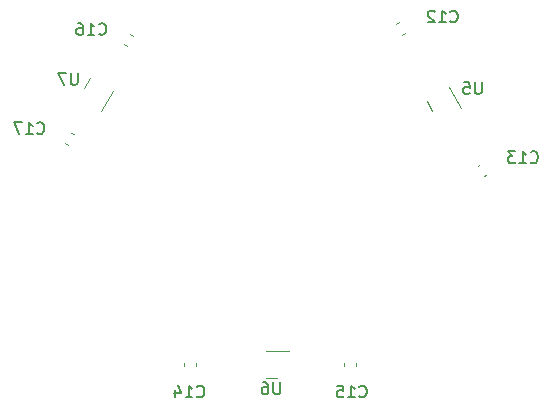
<source format=gbo>
G04 #@! TF.GenerationSoftware,KiCad,Pcbnew,6.0.2+dfsg-1*
G04 #@! TF.CreationDate,2024-12-02T22:35:52+09:00*
G04 #@! TF.ProjectId,omni_wheel,6f6d6e69-5f77-4686-9565-6c2e6b696361,rev?*
G04 #@! TF.SameCoordinates,Original*
G04 #@! TF.FileFunction,Legend,Bot*
G04 #@! TF.FilePolarity,Positive*
%FSLAX46Y46*%
G04 Gerber Fmt 4.6, Leading zero omitted, Abs format (unit mm)*
G04 Created by KiCad (PCBNEW 6.0.2+dfsg-1) date 2024-12-02 22:35:52*
%MOMM*%
%LPD*%
G01*
G04 APERTURE LIST*
%ADD10C,0.150000*%
%ADD11C,0.120000*%
G04 APERTURE END LIST*
D10*
X83013963Y-95747576D02*
X83061582Y-95795195D01*
X83204439Y-95842814D01*
X83299677Y-95842814D01*
X83442534Y-95795195D01*
X83537772Y-95699957D01*
X83585391Y-95604719D01*
X83633010Y-95414243D01*
X83633010Y-95271386D01*
X83585391Y-95080910D01*
X83537772Y-94985672D01*
X83442534Y-94890434D01*
X83299677Y-94842814D01*
X83204439Y-94842814D01*
X83061582Y-94890434D01*
X83013963Y-94938053D01*
X82061582Y-95842814D02*
X82633010Y-95842814D01*
X82347296Y-95842814D02*
X82347296Y-94842814D01*
X82442534Y-94985672D01*
X82537772Y-95080910D01*
X82633010Y-95128529D01*
X81728248Y-94842814D02*
X81061582Y-94842814D01*
X81490153Y-95842814D01*
X96537137Y-118033406D02*
X96584756Y-118081025D01*
X96727613Y-118128644D01*
X96822851Y-118128644D01*
X96965708Y-118081025D01*
X97060946Y-117985787D01*
X97108565Y-117890549D01*
X97156184Y-117700073D01*
X97156184Y-117557216D01*
X97108565Y-117366740D01*
X97060946Y-117271502D01*
X96965708Y-117176264D01*
X96822851Y-117128644D01*
X96727613Y-117128644D01*
X96584756Y-117176264D01*
X96537137Y-117223883D01*
X95584756Y-118128644D02*
X96156184Y-118128644D01*
X95870470Y-118128644D02*
X95870470Y-117128644D01*
X95965708Y-117271502D01*
X96060946Y-117366740D01*
X96156184Y-117414359D01*
X94727613Y-117461978D02*
X94727613Y-118128644D01*
X94965708Y-117081025D02*
X95203803Y-117795311D01*
X94584756Y-117795311D01*
X120646768Y-91445013D02*
X120646768Y-92254537D01*
X120599149Y-92349775D01*
X120551530Y-92397394D01*
X120456292Y-92445013D01*
X120265816Y-92445013D01*
X120170578Y-92397394D01*
X120122959Y-92349775D01*
X120075340Y-92254537D01*
X120075340Y-91445013D01*
X119122959Y-91445013D02*
X119599149Y-91445013D01*
X119646768Y-91921204D01*
X119599149Y-91873585D01*
X119503911Y-91825966D01*
X119265816Y-91825966D01*
X119170578Y-91873585D01*
X119122959Y-91921204D01*
X119075340Y-92016442D01*
X119075340Y-92254537D01*
X119122959Y-92349775D01*
X119170578Y-92397394D01*
X119265816Y-92445013D01*
X119503911Y-92445013D01*
X119599149Y-92397394D01*
X119646768Y-92349775D01*
X88253958Y-87337572D02*
X88301577Y-87385191D01*
X88444434Y-87432810D01*
X88539672Y-87432810D01*
X88682529Y-87385191D01*
X88777767Y-87289953D01*
X88825386Y-87194715D01*
X88873005Y-87004239D01*
X88873005Y-86861382D01*
X88825386Y-86670906D01*
X88777767Y-86575668D01*
X88682529Y-86480430D01*
X88539672Y-86432810D01*
X88444434Y-86432810D01*
X88301577Y-86480430D01*
X88253958Y-86528049D01*
X87301577Y-87432810D02*
X87873005Y-87432810D01*
X87587291Y-87432810D02*
X87587291Y-86432810D01*
X87682529Y-86575668D01*
X87777767Y-86670906D01*
X87873005Y-86718525D01*
X86444434Y-86432810D02*
X86634910Y-86432810D01*
X86730148Y-86480430D01*
X86777767Y-86528049D01*
X86873005Y-86670906D01*
X86920624Y-86861382D01*
X86920624Y-87242334D01*
X86873005Y-87337572D01*
X86825386Y-87385191D01*
X86730148Y-87432810D01*
X86539672Y-87432810D01*
X86444434Y-87385191D01*
X86396815Y-87337572D01*
X86349196Y-87242334D01*
X86349196Y-87004239D01*
X86396815Y-86909001D01*
X86444434Y-86861382D01*
X86539672Y-86813763D01*
X86730148Y-86813763D01*
X86825386Y-86861382D01*
X86873005Y-86909001D01*
X86920624Y-87004239D01*
X117997724Y-86279774D02*
X118045343Y-86327393D01*
X118188200Y-86375012D01*
X118283438Y-86375012D01*
X118426295Y-86327393D01*
X118521533Y-86232155D01*
X118569152Y-86136917D01*
X118616771Y-85946441D01*
X118616771Y-85803584D01*
X118569152Y-85613108D01*
X118521533Y-85517870D01*
X118426295Y-85422632D01*
X118283438Y-85375012D01*
X118188200Y-85375012D01*
X118045343Y-85422632D01*
X117997724Y-85470251D01*
X117045343Y-86375012D02*
X117616771Y-86375012D01*
X117331057Y-86375012D02*
X117331057Y-85375012D01*
X117426295Y-85517870D01*
X117521533Y-85613108D01*
X117616771Y-85660727D01*
X116664390Y-85470251D02*
X116616771Y-85422632D01*
X116521533Y-85375012D01*
X116283438Y-85375012D01*
X116188200Y-85422632D01*
X116140581Y-85470251D01*
X116092962Y-85565489D01*
X116092962Y-85660727D01*
X116140581Y-85803584D01*
X116712009Y-86375012D01*
X116092962Y-86375012D01*
X124797721Y-98199779D02*
X124845340Y-98247398D01*
X124988197Y-98295017D01*
X125083435Y-98295017D01*
X125226292Y-98247398D01*
X125321530Y-98152160D01*
X125369149Y-98056922D01*
X125416768Y-97866446D01*
X125416768Y-97723589D01*
X125369149Y-97533113D01*
X125321530Y-97437875D01*
X125226292Y-97342637D01*
X125083435Y-97295017D01*
X124988197Y-97295017D01*
X124845340Y-97342637D01*
X124797721Y-97390256D01*
X123845340Y-98295017D02*
X124416768Y-98295017D01*
X124131054Y-98295017D02*
X124131054Y-97295017D01*
X124226292Y-97437875D01*
X124321530Y-97533113D01*
X124416768Y-97580732D01*
X123512006Y-97295017D02*
X122892959Y-97295017D01*
X123226292Y-97675970D01*
X123083435Y-97675970D01*
X122988197Y-97723589D01*
X122940578Y-97771208D01*
X122892959Y-97866446D01*
X122892959Y-98104541D01*
X122940578Y-98199779D01*
X122988197Y-98247398D01*
X123083435Y-98295017D01*
X123369149Y-98295017D01*
X123464387Y-98247398D01*
X123512006Y-98199779D01*
X103596181Y-116858644D02*
X103596181Y-117668168D01*
X103548562Y-117763406D01*
X103500943Y-117811025D01*
X103405705Y-117858644D01*
X103215229Y-117858644D01*
X103119991Y-117811025D01*
X103072372Y-117763406D01*
X103024753Y-117668168D01*
X103024753Y-116858644D01*
X102119991Y-116858644D02*
X102310467Y-116858644D01*
X102405705Y-116906264D01*
X102453324Y-116953883D01*
X102548562Y-117096740D01*
X102596181Y-117287216D01*
X102596181Y-117668168D01*
X102548562Y-117763406D01*
X102500943Y-117811025D01*
X102405705Y-117858644D01*
X102215229Y-117858644D01*
X102119991Y-117811025D01*
X102072372Y-117763406D01*
X102024753Y-117668168D01*
X102024753Y-117430073D01*
X102072372Y-117334835D01*
X102119991Y-117287216D01*
X102215229Y-117239597D01*
X102405705Y-117239597D01*
X102500943Y-117287216D01*
X102548562Y-117334835D01*
X102596181Y-117430073D01*
X86440589Y-90650310D02*
X86440589Y-91459834D01*
X86392970Y-91555072D01*
X86345351Y-91602691D01*
X86250113Y-91650310D01*
X86059637Y-91650310D01*
X85964399Y-91602691D01*
X85916780Y-91555072D01*
X85869161Y-91459834D01*
X85869161Y-90650310D01*
X85488208Y-90650310D02*
X84821542Y-90650310D01*
X85250113Y-91650310D01*
X110287138Y-118033408D02*
X110334757Y-118081027D01*
X110477614Y-118128646D01*
X110572852Y-118128646D01*
X110715709Y-118081027D01*
X110810947Y-117985789D01*
X110858566Y-117890551D01*
X110906185Y-117700075D01*
X110906185Y-117557218D01*
X110858566Y-117366742D01*
X110810947Y-117271504D01*
X110715709Y-117176266D01*
X110572852Y-117128646D01*
X110477614Y-117128646D01*
X110334757Y-117176266D01*
X110287138Y-117223885D01*
X109334757Y-118128646D02*
X109906185Y-118128646D01*
X109620471Y-118128646D02*
X109620471Y-117128646D01*
X109715709Y-117271504D01*
X109810947Y-117366742D01*
X109906185Y-117414361D01*
X108429995Y-117128646D02*
X108906185Y-117128646D01*
X108953804Y-117604837D01*
X108906185Y-117557218D01*
X108810947Y-117509599D01*
X108572852Y-117509599D01*
X108477614Y-117557218D01*
X108429995Y-117604837D01*
X108382376Y-117700075D01*
X108382376Y-117938170D01*
X108429995Y-118033408D01*
X108477614Y-118081027D01*
X108572852Y-118128646D01*
X108810947Y-118128646D01*
X108906185Y-118081027D01*
X108953804Y-118033408D01*
D11*
X86149022Y-95846551D02*
X85905530Y-95705971D01*
X85639022Y-96729897D02*
X85395530Y-96589317D01*
X96494280Y-115175684D02*
X96494280Y-115456844D01*
X95474280Y-115175684D02*
X95474280Y-115456844D01*
X115986656Y-93009049D02*
X116486656Y-93875075D01*
X118926552Y-93621100D02*
X117926552Y-91889049D01*
X91109017Y-87506547D02*
X90865525Y-87365967D01*
X90599017Y-88389893D02*
X90355525Y-88249313D01*
X113618354Y-86385863D02*
X113374862Y-86526443D01*
X114128354Y-87269209D02*
X113884862Y-87409789D01*
X120552010Y-98375320D02*
X120308518Y-98515900D01*
X121062010Y-99258666D02*
X120818518Y-99399246D01*
X104364277Y-114226264D02*
X102364277Y-114226264D01*
X102364277Y-116466264D02*
X103364277Y-116466264D01*
X87472327Y-91054917D02*
X86972327Y-91920943D01*
X88412223Y-93906968D02*
X89412223Y-92174917D01*
X110054281Y-115225686D02*
X110054281Y-115506846D01*
X109034281Y-115225686D02*
X109034281Y-115506846D01*
M02*

</source>
